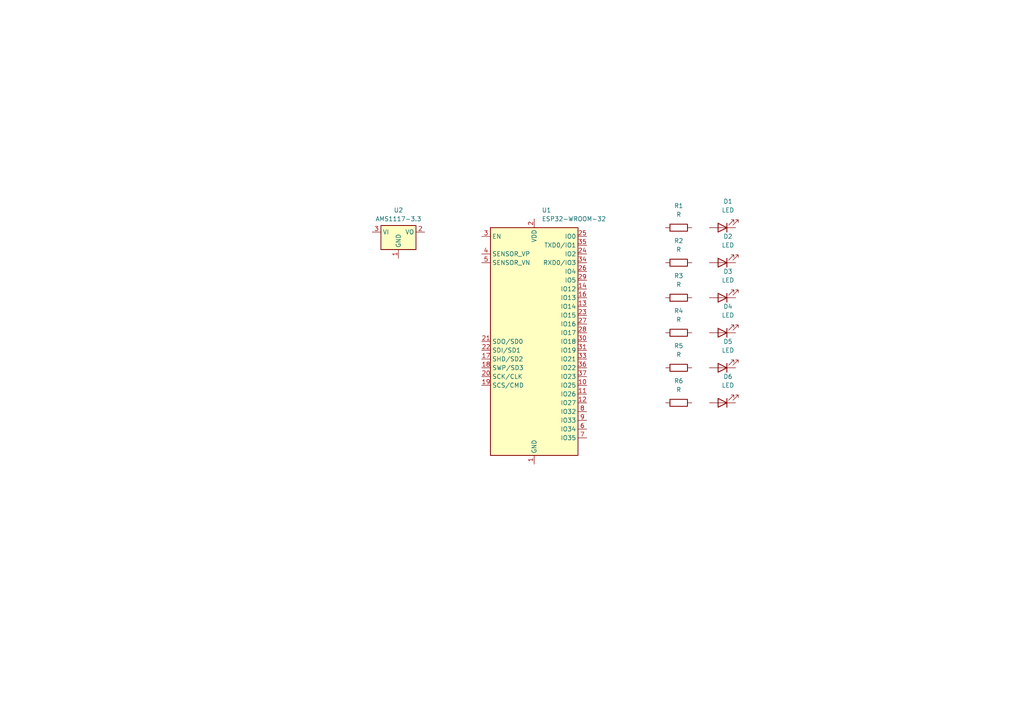
<source format=kicad_sch>
(kicad_sch (version 20231120) (generator "eeschema") (generator_version "8.0")
  (paper "A4")
  (lib_symbols
    (symbol "Device:LED" (pin_numbers hide) (pin_names (offset 1.016) hide)
      (property "Reference" "D" (at 0 2.54 0))
      (property "Value" "LED" (at 0 -2.54 0))
      (symbol "LED_0_1"
        (polyline (pts (xy -1.27 -1.27) (xy -1.27 1.27)) (stroke (width 0.254)))
        (polyline (pts (xy -1.27 0) (xy 1.27 0)))
        (polyline (pts (xy 1.27 -1.27) (xy 1.27 1.27) (xy -1.27 0) (xy 1.27 -1.27)) (stroke (width 0.254)))
        (polyline (pts (xy -3.048 -0.762) (xy -4.572 -2.286) (xy -3.81 -2.286) (xy -4.572 -2.286) (xy -4.572 -1.524)))
        (polyline (pts (xy -1.778 -0.762) (xy -3.302 -2.286) (xy -2.54 -2.286) (xy -3.302 -2.286) (xy -3.302 -1.524)))
      )
      (symbol "LED_1_1"
        (pin passive line (at -3.81 0 0) (length 2.54) (name "K") (number "1"))
        (pin passive line (at 3.81 0 180) (length 2.54) (name "A") (number "2"))
      )
    )
    (symbol "Device:R" (pin_numbers hide) (pin_names (offset 0))
      (property "Reference" "R" (at 2.032 0 90))
      (property "Value" "R" (at 0 0 90))
      (symbol "R_0_1"
        (rectangle (start -1.016 -2.54) (end 1.016 2.54) (stroke (width 0.254)))
      )
      (symbol "R_1_1"
        (pin passive line (at 0 3.81 270) (length 1.27) (name "~") (number "1"))
        (pin passive line (at 0 -3.81 90) (length 1.27) (name "~") (number "2"))
      )
    )
    (symbol "RF_Module:ESP32-WROOM-32"
      (property "Reference" "U" (at -12.7 34.29 0))
      (property "Value" "ESP32-WROOM-32" (at 1.27 34.29 0))
      (symbol "ESP32-WROOM-32_0_1"
        (rectangle (start -12.7 33.02) (end 12.7 -33.02) (stroke (width 0.254)) (fill (type background)))
      )
      (symbol "ESP32-WROOM-32_1_1"
        (pin power_in line (at 0 -35.56 90) (length 2.54) (name "GND") (number "1"))
        (pin bidirectional line (at 15.24 -12.7 180) (length 2.54) (name "IO25") (number "10"))
        (pin bidirectional line (at 15.24 -15.24 180) (length 2.54) (name "IO26") (number "11"))
        (pin bidirectional line (at 15.24 -17.78 180) (length 2.54) (name "IO27") (number "12"))
        (pin bidirectional line (at 15.24 10.16 180) (length 2.54) (name "IO14") (number "13"))
        (pin bidirectional line (at 15.24 15.24 180) (length 2.54) (name "IO12") (number "14"))
        (pin passive line (at 0 -35.56 90) (length 2.54) hide (name "GND") (number "15"))
        (pin bidirectional line (at 15.24 12.7 180) (length 2.54) (name "IO13") (number "16"))
        (pin bidirectional line (at -15.24 -5.08 0) (length 2.54) (name "SHD/SD2") (number "17"))
        (pin bidirectional line (at -15.24 -7.62 0) (length 2.54) (name "SWP/SD3") (number "18"))
        (pin bidirectional line (at -15.24 -12.7 0) (length 2.54) (name "SCS/CMD") (number "19"))
        (pin power_in line (at 0 35.56 270) (length 2.54) (name "VDD") (number "2"))
        (pin bidirectional line (at -15.24 -10.16 0) (length 2.54) (name "SCK/CLK") (number "20"))
        (pin bidirectional line (at -15.24 0 0) (length 2.54) (name "SDO/SD0") (number "21"))
        (pin bidirectional line (at -15.24 -2.54 0) (length 2.54) (name "SDI/SD1") (number "22"))
        (pin bidirectional line (at 15.24 7.62 180) (length 2.54) (name "IO15") (number "23"))
        (pin bidirectional line (at 15.24 25.4 180) (length 2.54) (name "IO2") (number "24"))
        (pin bidirectional line (at 15.24 30.48 180) (length 2.54) (name "IO0") (number "25"))
        (pin bidirectional line (at 15.24 20.32 180) (length 2.54) (name "IO4") (number "26"))
        (pin bidirectional line (at 15.24 5.08 180) (length 2.54) (name "IO16") (number "27"))
        (pin bidirectional line (at 15.24 2.54 180) (length 2.54) (name "IO17") (number "28"))
        (pin bidirectional line (at 15.24 17.78 180) (length 2.54) (name "IO5") (number "29"))
        (pin input line (at -15.24 30.48 0) (length 2.54) (name "EN") (number "3"))
        (pin bidirectional line (at 15.24 0 180) (length 2.54) (name "IO18") (number "30"))
        (pin bidirectional line (at 15.24 -2.54 180) (length 2.54) (name "IO19") (number "31"))
        (pin no_connect line (at -12.7 -27.94 0) (length 2.54) hide (name "NC") (number "32"))
        (pin bidirectional line (at 15.24 -5.08 180) (length 2.54) (name "IO21") (number "33"))
        (pin bidirectional line (at 15.24 22.86 180) (length 2.54) (name "RXD0/IO3") (number "34"))
        (pin bidirectional line (at 15.24 27.94 180) (length 2.54) (name "TXD0/IO1") (number "35"))
        (pin bidirectional line (at 15.24 -7.62 180) (length 2.54) (name "IO22") (number "36"))
        (pin bidirectional line (at 15.24 -10.16 180) (length 2.54) (name "IO23") (number "37"))
        (pin passive line (at 0 -35.56 90) (length 2.54) hide (name "GND") (number "38"))
        (pin passive line (at 0 -35.56 90) (length 2.54) hide (name "GND") (number "39"))
        (pin input line (at -15.24 25.4 0) (length 2.54) (name "SENSOR_VP") (number "4"))
        (pin input line (at -15.24 22.86 0) (length 2.54) (name "SENSOR_VN") (number "5"))
        (pin input line (at 15.24 -25.4 180) (length 2.54) (name "IO34") (number "6"))
        (pin input line (at 15.24 -27.94 180) (length 2.54) (name "IO35") (number "7"))
        (pin bidirectional line (at 15.24 -20.32 180) (length 2.54) (name "IO32") (number "8"))
        (pin bidirectional line (at 15.24 -22.86 180) (length 2.54) (name "IO33") (number "9"))
      )
    )
    (symbol "Regulator_Linear:AMS1117-3.3"
      (property "Reference" "U" (at -3.81 3.175 0))
      (property "Value" "AMS1117-3.3" (at 0 3.175 0))
      (symbol "AMS1117-3.3_0_1"
        (rectangle (start -5.08 -5.08) (end 5.08 1.905) (stroke (width 0.254)) (fill (type background)))
      )
      (symbol "AMS1117-3.3_1_1"
        (pin power_in line (at 0 -7.62 90) (length 2.54) (name "GND") (number "1"))
        (pin power_out line (at 7.62 0 180) (length 2.54) (name "VO") (number "2"))
        (pin power_in line (at -7.62 0 0) (length 2.54) (name "VI") (number "3"))
      )
    )
  )
  (symbol (lib_id "Device:LED") (at 209.55 106.68 180) (unit 1)
    (property "Reference" "D5" (at 211.1375 99.06 0))
    (property "Value" "LED" (at 211.1375 101.6 0))
    (property "Description" "Light emitting diode" (effects (hide yes)))
  )
  (symbol (lib_id "Device:R") (at 196.85 66.04 90) (unit 1)
    (property "Reference" "R1" (at 196.85 59.69 90))
    (property "Value" "R" (at 196.85 62.23 90))
    (property "Description" "Resistor" (effects (hide yes)))
  )
  (symbol (lib_id "Device:LED") (at 209.55 116.84 180) (unit 1)
    (property "Reference" "D6" (at 211.1375 109.22 0))
    (property "Value" "LED" (at 211.1375 111.76 0))
    (property "Description" "Light emitting diode" (effects (hide yes)))
  )
  (symbol (lib_id "Device:LED") (at 209.55 66.04 180) (unit 1)
    (property "Reference" "D1" (at 211.1375 58.42 0))
    (property "Value" "LED" (at 211.1375 60.96 0))
    (property "Description" "Light emitting diode" (effects (hide yes)))
  )
  (symbol (lib_id "Device:R") (at 196.85 116.84 90) (unit 1)
    (property "Reference" "R6" (at 196.85 110.49 90))
    (property "Value" "R" (at 196.85 113.03 90))
    (property "Description" "Resistor" (effects (hide yes)))
  )
  (symbol (lib_id "Device:LED") (at 209.55 76.2 180) (unit 1)
    (property "Reference" "D2" (at 211.1375 68.58 0))
    (property "Value" "LED" (at 211.1375 71.12 0))
    (property "Description" "Light emitting diode" (effects (hide yes)))
  )
  (symbol (lib_id "Device:LED") (at 209.55 86.36 180) (unit 1)
    (property "Reference" "D3" (at 211.1375 78.74 0))
    (property "Value" "LED" (at 211.1375 81.28 0))
    (property "Description" "Light emitting diode" (effects (hide yes)))
  )
  (symbol (lib_id "Device:R") (at 196.85 86.36 90) (unit 1)
    (property "Reference" "R3" (at 196.85 80.01 90))
    (property "Value" "R" (at 196.85 82.55 90))
    (property "Description" "Resistor" (effects (hide yes)))
  )
  (symbol (lib_id "Device:R") (at 196.85 76.2 90) (unit 1)
    (property "Reference" "R2" (at 196.85 69.85 90))
    (property "Value" "R" (at 196.85 72.39 90))
    (property "Description" "Resistor" (effects (hide yes)))
  )
  (symbol (lib_id "Device:R") (at 196.85 96.52 90) (unit 1)
    (property "Reference" "R4" (at 196.85 90.17 90))
    (property "Value" "R" (at 196.85 92.71 90))
    (property "Description" "Resistor" (effects (hide yes)))
  )
  (symbol (lib_id "Device:R") (at 196.85 106.68 90) (unit 1)
    (property "Reference" "R5" (at 196.85 100.33 90))
    (property "Value" "R" (at 196.85 102.87 90))
    (property "Description" "Resistor" (effects (hide yes)))
  )
  (symbol (lib_id "Regulator_Linear:AMS1117-3.3") (at 115.57 67.31 0) (unit 1)
    (property "Reference" "U2" (at 115.57 60.96 0))
    (property "Value" "AMS1117-3.3" (at 115.57 63.5 0))
    (property "Footprint" "Package_TO_SOT_SMD:SOT-223-3_TabPin2" (effects (hide yes)))
    (property "Datasheet" "http://www.advanced-monolithic.com/pdf/ds1117.pdf" (effects (hide yes)))
    (property "Description" "1A Low Dropout regulator, positive, 3.3V fixed output, SOT-223" (effects (hide yes)))
  )
  (symbol (lib_id "RF_Module:ESP32-WROOM-32") (at 154.94 99.06 0) (unit 1)
    (property "Reference" "U1" (at 157.1341 60.96 0) (effects (justify left)))
    (property "Value" "ESP32-WROOM-32" (at 157.1341 63.5 0) (effects (justify left)))
    (property "Footprint" "RF_Module:ESP32-WROOM-32" (effects (hide yes)))
    (property "Datasheet" "https://www.espressif.com/sites/default/files/documentation/esp32-wroom-32_datasheet_en.pdf" (effects (hide yes)))
    (property "Description" "RF Module, ESP32-D0WDQ6 SoC, Wi-Fi 802.11b/g/n, Bluetooth, BLE, 32-bit, 2.7-3.6V, onboard antenna, SMD" (effects (hide yes)))
  )
  (symbol (lib_id "Device:LED") (at 209.55 96.52 180) (unit 1)
    (property "Reference" "D4" (at 211.1375 88.9 0))
    (property "Value" "LED" (at 211.1375 91.44 0))
    (property "Description" "Light emitting diode" (effects (hide yes)))
  )
)
</source>
